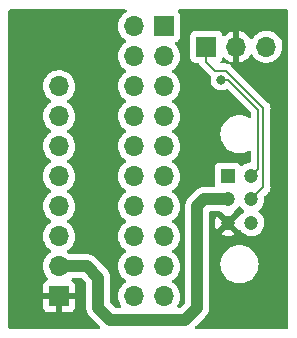
<source format=gbr>
%TF.GenerationSoftware,KiCad,Pcbnew,(6.0.5)*%
%TF.CreationDate,2022-12-09T20:35:02-05:00*%
%TF.ProjectId,Dev_Board_Adapter,4465765f-426f-4617-9264-5f4164617074,rev?*%
%TF.SameCoordinates,Original*%
%TF.FileFunction,Copper,L1,Top*%
%TF.FilePolarity,Positive*%
%FSLAX46Y46*%
G04 Gerber Fmt 4.6, Leading zero omitted, Abs format (unit mm)*
G04 Created by KiCad (PCBNEW (6.0.5)) date 2022-12-09 20:35:02*
%MOMM*%
%LPD*%
G01*
G04 APERTURE LIST*
%TA.AperFunction,ComponentPad*%
%ADD10R,1.700000X1.700000*%
%TD*%
%TA.AperFunction,ComponentPad*%
%ADD11O,1.700000X1.700000*%
%TD*%
%TA.AperFunction,ComponentPad*%
%ADD12R,1.200000X1.200000*%
%TD*%
%TA.AperFunction,ComponentPad*%
%ADD13C,1.200000*%
%TD*%
%TA.AperFunction,ViaPad*%
%ADD14C,0.800000*%
%TD*%
%TA.AperFunction,Conductor*%
%ADD15C,1.000000*%
%TD*%
%TA.AperFunction,Conductor*%
%ADD16C,0.200000*%
%TD*%
G04 APERTURE END LIST*
D10*
%TO.P,J3,1,Pin_1*%
%TO.N,/CAN_PAYLOAD-*%
X129540000Y-73406000D03*
D11*
%TO.P,J3,2,Pin_2*%
%TO.N,GND*%
X132080000Y-73406000D03*
%TO.P,J3,3,Pin_3*%
%TO.N,/CAN_PAYLOAD+*%
X134620000Y-73406000D03*
%TD*%
D12*
%TO.P,J1,1,Pin_1*%
%TO.N,unconnected-(J1-Pad1)*%
X131350000Y-84328000D03*
D13*
%TO.P,J1,2,Pin_2*%
%TO.N,+5V*%
X131350000Y-86328000D03*
%TO.P,J1,3,Pin_3*%
%TO.N,GND*%
X131350000Y-88328000D03*
%TO.P,J1,4,Pin_4*%
%TO.N,/CAN_PAYLOAD+*%
X133350000Y-84328000D03*
%TO.P,J1,5,Pin_5*%
%TO.N,/CAN_PAYLOAD-*%
X133350000Y-86328000D03*
%TO.P,J1,6*%
%TO.N,N/C*%
X133350000Y-88328000D03*
%TD*%
D10*
%TO.P,J2,1,Pin_1*%
%TO.N,unconnected-(J2-Pad1)*%
X125958600Y-71678800D03*
D11*
%TO.P,J2,2,Pin_2*%
%TO.N,unconnected-(J2-Pad2)*%
X123418600Y-71678800D03*
%TO.P,J2,3,Pin_3*%
%TO.N,unconnected-(J2-Pad3)*%
X125958600Y-74218800D03*
%TO.P,J2,4,Pin_4*%
%TO.N,unconnected-(J2-Pad4)*%
X123418600Y-74218800D03*
%TO.P,J2,5,Pin_5*%
%TO.N,unconnected-(J2-Pad5)*%
X125958600Y-76758800D03*
%TO.P,J2,6,Pin_6*%
%TO.N,unconnected-(J2-Pad6)*%
X123418600Y-76758800D03*
%TO.P,J2,7,Pin_7*%
%TO.N,unconnected-(J2-Pad7)*%
X125958600Y-79298800D03*
%TO.P,J2,8,Pin_8*%
%TO.N,unconnected-(J2-Pad8)*%
X123418600Y-79298800D03*
%TO.P,J2,9,Pin_9*%
%TO.N,unconnected-(J2-Pad9)*%
X125958600Y-81838800D03*
%TO.P,J2,10,Pin_10*%
%TO.N,unconnected-(J2-Pad10)*%
X123418600Y-81838800D03*
%TO.P,J2,11,Pin_11*%
%TO.N,unconnected-(J2-Pad11)*%
X125958600Y-84378800D03*
%TO.P,J2,12,Pin_12*%
%TO.N,unconnected-(J2-Pad12)*%
X123418600Y-84378800D03*
%TO.P,J2,13,Pin_13*%
%TO.N,unconnected-(J2-Pad13)*%
X125958600Y-86918800D03*
%TO.P,J2,14,Pin_14*%
%TO.N,unconnected-(J2-Pad14)*%
X123418600Y-86918800D03*
%TO.P,J2,15,Pin_15*%
%TO.N,unconnected-(J2-Pad15)*%
X125958600Y-89458800D03*
%TO.P,J2,16,Pin_16*%
%TO.N,unconnected-(J2-Pad16)*%
X123418600Y-89458800D03*
%TO.P,J2,17,Pin_17*%
%TO.N,unconnected-(J2-Pad17)*%
X125958600Y-91998800D03*
%TO.P,J2,18,Pin_18*%
%TO.N,unconnected-(J2-Pad18)*%
X123418600Y-91998800D03*
%TO.P,J2,19,Pin_19*%
%TO.N,unconnected-(J2-Pad19)*%
X125958600Y-94538800D03*
%TO.P,J2,20,Pin_20*%
%TO.N,unconnected-(J2-Pad20)*%
X123418600Y-94538800D03*
%TD*%
D10*
%TO.P,J4,1,Pin_1*%
%TO.N,GND*%
X117068600Y-94538800D03*
D11*
%TO.P,J4,2,Pin_2*%
%TO.N,+5V*%
X117068600Y-91998800D03*
%TO.P,J4,3,Pin_3*%
%TO.N,unconnected-(J4-Pad3)*%
X117068600Y-89458800D03*
%TO.P,J4,4,Pin_4*%
%TO.N,unconnected-(J4-Pad4)*%
X117068600Y-86918800D03*
%TO.P,J4,5,Pin_5*%
%TO.N,unconnected-(J4-Pad5)*%
X117068600Y-84378800D03*
%TO.P,J4,6,Pin_6*%
%TO.N,unconnected-(J4-Pad6)*%
X117068600Y-81838800D03*
%TO.P,J4,7,Pin_7*%
%TO.N,unconnected-(J4-Pad7)*%
X117068600Y-79298800D03*
%TO.P,J4,8,Pin_8*%
%TO.N,unconnected-(J4-Pad8)*%
X117068600Y-76758800D03*
%TD*%
D14*
%TO.N,/CAN_PAYLOAD+*%
X130810000Y-76200000D03*
%TD*%
D15*
%TO.N,+5V*%
X128778000Y-86868000D02*
X129318000Y-86328000D01*
X120396000Y-95504000D02*
X121412000Y-96520000D01*
X128778000Y-95504000D02*
X128778000Y-86868000D01*
X117068600Y-91998800D02*
X119430800Y-91998800D01*
X120396000Y-92964000D02*
X120396000Y-95504000D01*
X119430800Y-91998800D02*
X120396000Y-92964000D01*
X121412000Y-96520000D02*
X127762000Y-96520000D01*
X127762000Y-96520000D02*
X128778000Y-95504000D01*
X129318000Y-86328000D02*
X131350000Y-86328000D01*
D16*
%TO.N,/CAN_PAYLOAD-*%
X131191000Y-75438000D02*
X130302000Y-75438000D01*
X130302000Y-75438000D02*
X129540000Y-74676000D01*
X134366000Y-78613000D02*
X131191000Y-75438000D01*
X134366000Y-85312000D02*
X134366000Y-78613000D01*
X129540000Y-74676000D02*
X129540000Y-73406000D01*
X133350000Y-86328000D02*
X134366000Y-85312000D01*
%TO.N,/CAN_PAYLOAD+*%
X133950000Y-78762006D02*
X133950000Y-83728000D01*
X130810000Y-76200000D02*
X131387994Y-76200000D01*
X131387994Y-76200000D02*
X133950000Y-78762006D01*
X133950000Y-83728000D02*
X133350000Y-84328000D01*
%TD*%
%TA.AperFunction,Conductor*%
%TO.N,GND*%
G36*
X122765613Y-70274508D02*
G01*
X122812106Y-70328164D01*
X122822210Y-70398438D01*
X122792716Y-70463018D01*
X122755674Y-70492268D01*
X122692207Y-70525307D01*
X122688074Y-70528410D01*
X122688071Y-70528412D01*
X122517700Y-70656330D01*
X122513565Y-70659435D01*
X122474125Y-70700707D01*
X122419880Y-70757471D01*
X122359229Y-70820938D01*
X122233343Y-71005480D01*
X122139288Y-71208105D01*
X122079589Y-71423370D01*
X122055851Y-71645495D01*
X122068710Y-71868515D01*
X122069847Y-71873561D01*
X122069848Y-71873567D01*
X122093904Y-71980308D01*
X122117822Y-72086439D01*
X122158801Y-72187358D01*
X122186516Y-72255612D01*
X122201866Y-72293416D01*
X122204565Y-72297820D01*
X122305365Y-72462311D01*
X122318587Y-72483888D01*
X122464850Y-72652738D01*
X122636726Y-72795432D01*
X122707195Y-72836611D01*
X122710045Y-72838276D01*
X122758769Y-72889914D01*
X122771840Y-72959697D01*
X122745109Y-73025469D01*
X122704655Y-73058827D01*
X122692207Y-73065307D01*
X122688074Y-73068410D01*
X122688071Y-73068412D01*
X122517700Y-73196330D01*
X122513565Y-73199435D01*
X122359229Y-73360938D01*
X122233343Y-73545480D01*
X122217603Y-73579390D01*
X122164371Y-73694069D01*
X122139288Y-73748105D01*
X122079589Y-73963370D01*
X122055851Y-74185495D01*
X122056148Y-74190648D01*
X122056148Y-74190651D01*
X122062887Y-74307531D01*
X122068710Y-74408515D01*
X122069847Y-74413561D01*
X122069848Y-74413567D01*
X122088042Y-74494297D01*
X122117822Y-74626439D01*
X122201866Y-74833416D01*
X122243344Y-74901102D01*
X122315891Y-75019488D01*
X122318587Y-75023888D01*
X122464850Y-75192738D01*
X122636726Y-75335432D01*
X122707195Y-75376611D01*
X122710045Y-75378276D01*
X122758769Y-75429914D01*
X122771840Y-75499697D01*
X122745109Y-75565469D01*
X122704655Y-75598827D01*
X122692207Y-75605307D01*
X122688074Y-75608410D01*
X122688071Y-75608412D01*
X122663847Y-75626600D01*
X122513565Y-75739435D01*
X122509993Y-75743173D01*
X122393155Y-75865437D01*
X122359229Y-75900938D01*
X122233343Y-76085480D01*
X122139288Y-76288105D01*
X122079589Y-76503370D01*
X122055851Y-76725495D01*
X122056148Y-76730648D01*
X122056148Y-76730651D01*
X122061611Y-76825390D01*
X122068710Y-76948515D01*
X122069847Y-76953561D01*
X122069848Y-76953567D01*
X122082652Y-77010379D01*
X122117822Y-77166439D01*
X122201866Y-77373416D01*
X122252619Y-77456238D01*
X122315891Y-77559488D01*
X122318587Y-77563888D01*
X122464850Y-77732738D01*
X122636726Y-77875432D01*
X122707195Y-77916611D01*
X122710045Y-77918276D01*
X122758769Y-77969914D01*
X122771840Y-78039697D01*
X122745109Y-78105469D01*
X122704655Y-78138827D01*
X122692207Y-78145307D01*
X122688074Y-78148410D01*
X122688071Y-78148412D01*
X122604797Y-78210936D01*
X122513565Y-78279435D01*
X122359229Y-78440938D01*
X122233343Y-78625480D01*
X122139288Y-78828105D01*
X122079589Y-79043370D01*
X122055851Y-79265495D01*
X122056148Y-79270648D01*
X122056148Y-79270651D01*
X122061611Y-79365390D01*
X122068710Y-79488515D01*
X122069847Y-79493561D01*
X122069848Y-79493567D01*
X122077131Y-79525883D01*
X122117822Y-79706439D01*
X122201866Y-79913416D01*
X122252619Y-79996238D01*
X122315891Y-80099488D01*
X122318587Y-80103888D01*
X122464850Y-80272738D01*
X122636726Y-80415432D01*
X122707195Y-80456611D01*
X122710045Y-80458276D01*
X122758769Y-80509914D01*
X122771840Y-80579697D01*
X122745109Y-80645469D01*
X122704655Y-80678827D01*
X122692207Y-80685307D01*
X122688074Y-80688410D01*
X122688071Y-80688412D01*
X122663847Y-80706600D01*
X122513565Y-80819435D01*
X122359229Y-80980938D01*
X122233343Y-81165480D01*
X122139288Y-81368105D01*
X122079589Y-81583370D01*
X122055851Y-81805495D01*
X122056148Y-81810648D01*
X122056148Y-81810651D01*
X122068412Y-82023347D01*
X122068710Y-82028515D01*
X122069847Y-82033561D01*
X122069848Y-82033567D01*
X122084030Y-82096496D01*
X122117822Y-82246439D01*
X122201866Y-82453416D01*
X122252619Y-82536238D01*
X122315891Y-82639488D01*
X122318587Y-82643888D01*
X122464850Y-82812738D01*
X122636726Y-82955432D01*
X122707195Y-82996611D01*
X122710045Y-82998276D01*
X122758769Y-83049914D01*
X122771840Y-83119697D01*
X122745109Y-83185469D01*
X122704655Y-83218827D01*
X122697371Y-83222619D01*
X122692207Y-83225307D01*
X122688074Y-83228410D01*
X122688071Y-83228412D01*
X122517700Y-83356330D01*
X122513565Y-83359435D01*
X122359229Y-83520938D01*
X122356320Y-83525203D01*
X122356314Y-83525211D01*
X122344004Y-83543257D01*
X122233343Y-83705480D01*
X122139288Y-83908105D01*
X122079589Y-84123370D01*
X122055851Y-84345495D01*
X122056148Y-84350648D01*
X122056148Y-84350651D01*
X122061611Y-84445390D01*
X122068710Y-84568515D01*
X122069847Y-84573561D01*
X122069848Y-84573567D01*
X122089719Y-84661739D01*
X122117822Y-84786439D01*
X122156061Y-84880611D01*
X122194849Y-84976134D01*
X122201866Y-84993416D01*
X122252619Y-85076238D01*
X122315891Y-85179488D01*
X122318587Y-85183888D01*
X122464850Y-85352738D01*
X122636726Y-85495432D01*
X122676064Y-85518419D01*
X122710045Y-85538276D01*
X122758769Y-85589914D01*
X122771840Y-85659697D01*
X122745109Y-85725469D01*
X122704655Y-85758827D01*
X122692207Y-85765307D01*
X122688074Y-85768410D01*
X122688071Y-85768412D01*
X122663847Y-85786600D01*
X122513565Y-85899435D01*
X122359229Y-86060938D01*
X122233343Y-86245480D01*
X122196754Y-86324305D01*
X122166289Y-86389937D01*
X122139288Y-86448105D01*
X122079589Y-86663370D01*
X122055851Y-86885495D01*
X122056148Y-86890648D01*
X122056148Y-86890651D01*
X122061611Y-86985390D01*
X122068710Y-87108515D01*
X122069847Y-87113561D01*
X122069848Y-87113567D01*
X122087785Y-87193157D01*
X122117822Y-87326439D01*
X122201866Y-87533416D01*
X122252619Y-87616238D01*
X122315891Y-87719488D01*
X122318587Y-87723888D01*
X122464850Y-87892738D01*
X122636726Y-88035432D01*
X122707195Y-88076611D01*
X122710045Y-88078276D01*
X122758769Y-88129914D01*
X122771840Y-88199697D01*
X122745109Y-88265469D01*
X122704655Y-88298827D01*
X122692207Y-88305307D01*
X122688074Y-88308410D01*
X122688071Y-88308412D01*
X122579490Y-88389937D01*
X122513565Y-88439435D01*
X122359229Y-88600938D01*
X122356320Y-88605203D01*
X122356314Y-88605211D01*
X122291639Y-88700021D01*
X122233343Y-88785480D01*
X122217603Y-88819390D01*
X122150943Y-88962997D01*
X122139288Y-88988105D01*
X122079589Y-89203370D01*
X122055851Y-89425495D01*
X122056148Y-89430648D01*
X122056148Y-89430651D01*
X122061611Y-89525390D01*
X122068710Y-89648515D01*
X122069847Y-89653561D01*
X122069848Y-89653567D01*
X122089719Y-89741739D01*
X122117822Y-89866439D01*
X122201866Y-90073416D01*
X122252619Y-90156238D01*
X122315891Y-90259488D01*
X122318587Y-90263888D01*
X122464850Y-90432738D01*
X122636726Y-90575432D01*
X122707195Y-90616611D01*
X122710045Y-90618276D01*
X122758769Y-90669914D01*
X122771840Y-90739697D01*
X122745109Y-90805469D01*
X122704655Y-90838827D01*
X122692207Y-90845307D01*
X122688074Y-90848410D01*
X122688071Y-90848412D01*
X122640888Y-90883838D01*
X122513565Y-90979435D01*
X122503716Y-90989741D01*
X122402653Y-91095498D01*
X122359229Y-91140938D01*
X122356320Y-91145203D01*
X122356314Y-91145211D01*
X122285831Y-91248535D01*
X122233343Y-91325480D01*
X122139288Y-91528105D01*
X122079589Y-91743370D01*
X122055851Y-91965495D01*
X122056148Y-91970648D01*
X122056148Y-91970651D01*
X122061611Y-92065390D01*
X122068710Y-92188515D01*
X122069847Y-92193561D01*
X122069848Y-92193567D01*
X122075113Y-92216929D01*
X122117822Y-92406439D01*
X122154083Y-92495740D01*
X122187417Y-92577831D01*
X122201866Y-92613416D01*
X122240850Y-92677033D01*
X122315891Y-92799488D01*
X122318587Y-92803888D01*
X122464850Y-92972738D01*
X122636726Y-93115432D01*
X122671770Y-93135910D01*
X122710045Y-93158276D01*
X122758769Y-93209914D01*
X122771840Y-93279697D01*
X122745109Y-93345469D01*
X122704655Y-93378827D01*
X122692207Y-93385307D01*
X122688074Y-93388410D01*
X122688071Y-93388412D01*
X122624281Y-93436307D01*
X122513565Y-93519435D01*
X122359229Y-93680938D01*
X122233343Y-93865480D01*
X122139288Y-94068105D01*
X122079589Y-94283370D01*
X122055851Y-94505495D01*
X122056148Y-94510648D01*
X122056148Y-94510651D01*
X122061611Y-94605390D01*
X122068710Y-94728515D01*
X122069847Y-94733561D01*
X122069848Y-94733567D01*
X122084206Y-94797275D01*
X122117822Y-94946439D01*
X122201866Y-95153416D01*
X122204565Y-95157820D01*
X122303743Y-95319665D01*
X122322281Y-95388199D01*
X122300824Y-95455876D01*
X122246185Y-95501209D01*
X122196310Y-95511500D01*
X121881926Y-95511500D01*
X121813805Y-95491498D01*
X121792831Y-95474596D01*
X121441405Y-95123171D01*
X121407380Y-95060858D01*
X121404500Y-95034075D01*
X121404500Y-93025843D01*
X121405237Y-93012236D01*
X121408659Y-92980738D01*
X121408659Y-92980733D01*
X121409324Y-92974612D01*
X121404950Y-92924612D01*
X121404621Y-92919786D01*
X121404500Y-92917314D01*
X121404500Y-92914231D01*
X121401368Y-92882289D01*
X121400310Y-92871494D01*
X121400188Y-92870181D01*
X121392623Y-92783718D01*
X121392087Y-92777587D01*
X121390600Y-92772468D01*
X121390080Y-92767167D01*
X121363209Y-92678166D01*
X121362874Y-92677033D01*
X121338630Y-92593586D01*
X121338628Y-92593582D01*
X121336909Y-92587664D01*
X121334456Y-92582932D01*
X121332916Y-92577831D01*
X121294327Y-92505253D01*
X121289269Y-92495740D01*
X121288657Y-92494574D01*
X121248729Y-92417547D01*
X121245892Y-92412074D01*
X121242569Y-92407911D01*
X121240066Y-92403204D01*
X121181245Y-92331082D01*
X121180554Y-92330226D01*
X121149262Y-92291027D01*
X121146758Y-92288523D01*
X121146116Y-92287805D01*
X121142415Y-92283472D01*
X121115065Y-92249938D01*
X121079733Y-92220709D01*
X121070963Y-92212728D01*
X120187651Y-91329417D01*
X120178549Y-91319273D01*
X120158697Y-91294582D01*
X120154832Y-91289775D01*
X120116378Y-91257508D01*
X120112731Y-91254328D01*
X120110919Y-91252685D01*
X120108725Y-91250491D01*
X120075451Y-91223158D01*
X120074653Y-91222496D01*
X120003326Y-91162646D01*
X119998656Y-91160078D01*
X119994539Y-91156697D01*
X119912714Y-91112823D01*
X119911555Y-91112194D01*
X119835419Y-91070338D01*
X119835411Y-91070335D01*
X119830013Y-91067367D01*
X119824931Y-91065755D01*
X119820237Y-91063238D01*
X119731269Y-91036038D01*
X119730241Y-91035718D01*
X119641494Y-91007565D01*
X119636198Y-91006971D01*
X119631102Y-91005413D01*
X119538543Y-90996010D01*
X119537407Y-90995889D01*
X119503792Y-90992119D01*
X119491070Y-90990692D01*
X119491066Y-90990692D01*
X119487573Y-90990300D01*
X119484046Y-90990300D01*
X119483061Y-90990245D01*
X119477381Y-90989798D01*
X119447975Y-90986811D01*
X119440463Y-90986048D01*
X119440461Y-90986048D01*
X119434338Y-90985426D01*
X119392059Y-90989423D01*
X119388691Y-90989741D01*
X119376833Y-90990300D01*
X118027399Y-90990300D01*
X117959278Y-90970298D01*
X117949307Y-90963182D01*
X117827014Y-90866600D01*
X117827010Y-90866598D01*
X117822959Y-90863398D01*
X117781653Y-90840596D01*
X117731684Y-90790164D01*
X117716912Y-90720721D01*
X117742028Y-90654316D01*
X117769380Y-90627709D01*
X117813203Y-90596450D01*
X117948460Y-90499973D01*
X118106696Y-90342289D01*
X118166194Y-90259489D01*
X118234035Y-90165077D01*
X118237053Y-90160877D01*
X118257920Y-90118657D01*
X118333736Y-89965253D01*
X118333737Y-89965251D01*
X118336030Y-89960611D01*
X118400970Y-89746869D01*
X118430129Y-89525390D01*
X118431756Y-89458800D01*
X118413452Y-89236161D01*
X118359031Y-89019502D01*
X118269954Y-88814640D01*
X118195538Y-88699610D01*
X118151422Y-88631417D01*
X118151420Y-88631414D01*
X118148614Y-88627077D01*
X117998270Y-88461851D01*
X117994219Y-88458652D01*
X117994215Y-88458648D01*
X117827014Y-88326600D01*
X117827010Y-88326598D01*
X117822959Y-88323398D01*
X117781653Y-88300596D01*
X117731684Y-88250164D01*
X117716912Y-88180721D01*
X117742028Y-88114316D01*
X117769380Y-88087709D01*
X117813203Y-88056450D01*
X117948460Y-87959973D01*
X117984693Y-87923867D01*
X118103035Y-87805937D01*
X118106696Y-87802289D01*
X118140848Y-87754762D01*
X118234035Y-87625077D01*
X118237053Y-87620877D01*
X118257664Y-87579175D01*
X118333736Y-87425253D01*
X118333737Y-87425251D01*
X118336030Y-87420611D01*
X118400970Y-87206869D01*
X118430129Y-86985390D01*
X118431756Y-86918800D01*
X118413452Y-86696161D01*
X118359031Y-86479502D01*
X118269954Y-86274640D01*
X118188477Y-86148696D01*
X118151422Y-86091417D01*
X118151420Y-86091414D01*
X118148614Y-86087077D01*
X117998270Y-85921851D01*
X117994219Y-85918652D01*
X117994215Y-85918648D01*
X117827014Y-85786600D01*
X117827010Y-85786598D01*
X117822959Y-85783398D01*
X117781653Y-85760596D01*
X117731684Y-85710164D01*
X117716912Y-85640721D01*
X117742028Y-85574316D01*
X117769380Y-85547709D01*
X117813203Y-85516450D01*
X117948460Y-85419973D01*
X117979545Y-85388997D01*
X118072223Y-85296642D01*
X118106696Y-85262289D01*
X118166194Y-85179489D01*
X118234035Y-85085077D01*
X118237053Y-85080877D01*
X118257920Y-85038657D01*
X118333736Y-84885253D01*
X118333737Y-84885251D01*
X118336030Y-84880611D01*
X118400970Y-84666869D01*
X118430129Y-84445390D01*
X118431756Y-84378800D01*
X118413452Y-84156161D01*
X118359031Y-83939502D01*
X118269954Y-83734640D01*
X118148614Y-83547077D01*
X117998270Y-83381851D01*
X117994219Y-83378652D01*
X117994215Y-83378648D01*
X117827014Y-83246600D01*
X117827010Y-83246598D01*
X117822959Y-83243398D01*
X117781653Y-83220596D01*
X117731684Y-83170164D01*
X117716912Y-83100721D01*
X117742028Y-83034316D01*
X117769380Y-83007709D01*
X117813203Y-82976450D01*
X117948460Y-82879973D01*
X118106696Y-82722289D01*
X118166194Y-82639489D01*
X118234035Y-82545077D01*
X118237053Y-82540877D01*
X118257920Y-82498657D01*
X118333736Y-82345253D01*
X118333737Y-82345251D01*
X118336030Y-82340611D01*
X118400970Y-82126869D01*
X118430129Y-81905390D01*
X118431756Y-81838800D01*
X118413452Y-81616161D01*
X118359031Y-81399502D01*
X118269954Y-81194640D01*
X118230506Y-81133662D01*
X118151422Y-81011417D01*
X118151420Y-81011414D01*
X118148614Y-81007077D01*
X117998270Y-80841851D01*
X117994219Y-80838652D01*
X117994215Y-80838648D01*
X117827014Y-80706600D01*
X117827010Y-80706598D01*
X117822959Y-80703398D01*
X117781653Y-80680596D01*
X117731684Y-80630164D01*
X117716912Y-80560721D01*
X117742028Y-80494316D01*
X117769380Y-80467709D01*
X117813203Y-80436450D01*
X117948460Y-80339973D01*
X118106696Y-80182289D01*
X118166194Y-80099489D01*
X118234035Y-80005077D01*
X118237053Y-80000877D01*
X118257920Y-79958657D01*
X118333736Y-79805253D01*
X118333737Y-79805251D01*
X118336030Y-79800611D01*
X118400970Y-79586869D01*
X118430129Y-79365390D01*
X118431756Y-79298800D01*
X118413452Y-79076161D01*
X118359031Y-78859502D01*
X118269954Y-78654640D01*
X118148614Y-78467077D01*
X117998270Y-78301851D01*
X117994219Y-78298652D01*
X117994215Y-78298648D01*
X117827014Y-78166600D01*
X117827010Y-78166598D01*
X117822959Y-78163398D01*
X117781653Y-78140596D01*
X117731684Y-78090164D01*
X117716912Y-78020721D01*
X117742028Y-77954316D01*
X117769380Y-77927709D01*
X117813203Y-77896450D01*
X117948460Y-77799973D01*
X118106696Y-77642289D01*
X118166194Y-77559489D01*
X118234035Y-77465077D01*
X118237053Y-77460877D01*
X118257920Y-77418657D01*
X118333736Y-77265253D01*
X118333737Y-77265251D01*
X118336030Y-77260611D01*
X118394309Y-77068794D01*
X118399465Y-77051823D01*
X118399465Y-77051821D01*
X118400970Y-77046869D01*
X118430129Y-76825390D01*
X118431756Y-76758800D01*
X118413452Y-76536161D01*
X118359031Y-76319502D01*
X118269954Y-76114640D01*
X118196786Y-76001540D01*
X118151422Y-75931417D01*
X118151420Y-75931414D01*
X118148614Y-75927077D01*
X117998270Y-75761851D01*
X117994219Y-75758652D01*
X117994215Y-75758648D01*
X117827014Y-75626600D01*
X117827010Y-75626598D01*
X117822959Y-75623398D01*
X117627389Y-75515438D01*
X117622520Y-75513714D01*
X117622516Y-75513712D01*
X117421687Y-75442595D01*
X117421683Y-75442594D01*
X117416812Y-75440869D01*
X117411719Y-75439962D01*
X117411716Y-75439961D01*
X117201973Y-75402600D01*
X117201967Y-75402599D01*
X117196884Y-75401694D01*
X117123052Y-75400792D01*
X116978681Y-75399028D01*
X116978679Y-75399028D01*
X116973511Y-75398965D01*
X116752691Y-75432755D01*
X116540356Y-75502157D01*
X116342207Y-75605307D01*
X116338074Y-75608410D01*
X116338071Y-75608412D01*
X116313847Y-75626600D01*
X116163565Y-75739435D01*
X116159993Y-75743173D01*
X116043155Y-75865437D01*
X116009229Y-75900938D01*
X115883343Y-76085480D01*
X115789288Y-76288105D01*
X115729589Y-76503370D01*
X115705851Y-76725495D01*
X115706148Y-76730648D01*
X115706148Y-76730651D01*
X115711611Y-76825390D01*
X115718710Y-76948515D01*
X115719847Y-76953561D01*
X115719848Y-76953567D01*
X115732652Y-77010379D01*
X115767822Y-77166439D01*
X115851866Y-77373416D01*
X115902619Y-77456238D01*
X115965891Y-77559488D01*
X115968587Y-77563888D01*
X116114850Y-77732738D01*
X116286726Y-77875432D01*
X116357195Y-77916611D01*
X116360045Y-77918276D01*
X116408769Y-77969914D01*
X116421840Y-78039697D01*
X116395109Y-78105469D01*
X116354655Y-78138827D01*
X116342207Y-78145307D01*
X116338074Y-78148410D01*
X116338071Y-78148412D01*
X116254797Y-78210936D01*
X116163565Y-78279435D01*
X116009229Y-78440938D01*
X115883343Y-78625480D01*
X115789288Y-78828105D01*
X115729589Y-79043370D01*
X115705851Y-79265495D01*
X115706148Y-79270648D01*
X115706148Y-79270651D01*
X115711611Y-79365390D01*
X115718710Y-79488515D01*
X115719847Y-79493561D01*
X115719848Y-79493567D01*
X115727131Y-79525883D01*
X115767822Y-79706439D01*
X115851866Y-79913416D01*
X115902619Y-79996238D01*
X115965891Y-80099488D01*
X115968587Y-80103888D01*
X116114850Y-80272738D01*
X116286726Y-80415432D01*
X116357195Y-80456611D01*
X116360045Y-80458276D01*
X116408769Y-80509914D01*
X116421840Y-80579697D01*
X116395109Y-80645469D01*
X116354655Y-80678827D01*
X116342207Y-80685307D01*
X116338074Y-80688410D01*
X116338071Y-80688412D01*
X116313847Y-80706600D01*
X116163565Y-80819435D01*
X116009229Y-80980938D01*
X115883343Y-81165480D01*
X115789288Y-81368105D01*
X115729589Y-81583370D01*
X115705851Y-81805495D01*
X115706148Y-81810648D01*
X115706148Y-81810651D01*
X115718412Y-82023347D01*
X115718710Y-82028515D01*
X115719847Y-82033561D01*
X115719848Y-82033567D01*
X115734030Y-82096496D01*
X115767822Y-82246439D01*
X115851866Y-82453416D01*
X115902619Y-82536238D01*
X115965891Y-82639488D01*
X115968587Y-82643888D01*
X116114850Y-82812738D01*
X116286726Y-82955432D01*
X116357195Y-82996611D01*
X116360045Y-82998276D01*
X116408769Y-83049914D01*
X116421840Y-83119697D01*
X116395109Y-83185469D01*
X116354655Y-83218827D01*
X116347371Y-83222619D01*
X116342207Y-83225307D01*
X116338074Y-83228410D01*
X116338071Y-83228412D01*
X116167700Y-83356330D01*
X116163565Y-83359435D01*
X116009229Y-83520938D01*
X116006320Y-83525203D01*
X116006314Y-83525211D01*
X115994004Y-83543257D01*
X115883343Y-83705480D01*
X115789288Y-83908105D01*
X115729589Y-84123370D01*
X115705851Y-84345495D01*
X115706148Y-84350648D01*
X115706148Y-84350651D01*
X115711611Y-84445390D01*
X115718710Y-84568515D01*
X115719847Y-84573561D01*
X115719848Y-84573567D01*
X115739719Y-84661739D01*
X115767822Y-84786439D01*
X115806061Y-84880611D01*
X115844849Y-84976134D01*
X115851866Y-84993416D01*
X115902619Y-85076238D01*
X115965891Y-85179488D01*
X115968587Y-85183888D01*
X116114850Y-85352738D01*
X116286726Y-85495432D01*
X116326064Y-85518419D01*
X116360045Y-85538276D01*
X116408769Y-85589914D01*
X116421840Y-85659697D01*
X116395109Y-85725469D01*
X116354655Y-85758827D01*
X116342207Y-85765307D01*
X116338074Y-85768410D01*
X116338071Y-85768412D01*
X116313847Y-85786600D01*
X116163565Y-85899435D01*
X116009229Y-86060938D01*
X115883343Y-86245480D01*
X115846754Y-86324305D01*
X115816289Y-86389937D01*
X115789288Y-86448105D01*
X115729589Y-86663370D01*
X115705851Y-86885495D01*
X115706148Y-86890648D01*
X115706148Y-86890651D01*
X115711611Y-86985390D01*
X115718710Y-87108515D01*
X115719847Y-87113561D01*
X115719848Y-87113567D01*
X115737785Y-87193157D01*
X115767822Y-87326439D01*
X115851866Y-87533416D01*
X115902619Y-87616238D01*
X115965891Y-87719488D01*
X115968587Y-87723888D01*
X116114850Y-87892738D01*
X116286726Y-88035432D01*
X116357195Y-88076611D01*
X116360045Y-88078276D01*
X116408769Y-88129914D01*
X116421840Y-88199697D01*
X116395109Y-88265469D01*
X116354655Y-88298827D01*
X116342207Y-88305307D01*
X116338074Y-88308410D01*
X116338071Y-88308412D01*
X116229490Y-88389937D01*
X116163565Y-88439435D01*
X116009229Y-88600938D01*
X116006320Y-88605203D01*
X116006314Y-88605211D01*
X115941639Y-88700021D01*
X115883343Y-88785480D01*
X115867603Y-88819390D01*
X115800943Y-88962997D01*
X115789288Y-88988105D01*
X115729589Y-89203370D01*
X115705851Y-89425495D01*
X115706148Y-89430648D01*
X115706148Y-89430651D01*
X115711611Y-89525390D01*
X115718710Y-89648515D01*
X115719847Y-89653561D01*
X115719848Y-89653567D01*
X115739719Y-89741739D01*
X115767822Y-89866439D01*
X115851866Y-90073416D01*
X115902619Y-90156238D01*
X115965891Y-90259488D01*
X115968587Y-90263888D01*
X116114850Y-90432738D01*
X116286726Y-90575432D01*
X116357195Y-90616611D01*
X116360045Y-90618276D01*
X116408769Y-90669914D01*
X116421840Y-90739697D01*
X116395109Y-90805469D01*
X116354655Y-90838827D01*
X116342207Y-90845307D01*
X116338074Y-90848410D01*
X116338071Y-90848412D01*
X116290888Y-90883838D01*
X116163565Y-90979435D01*
X116153716Y-90989741D01*
X116052653Y-91095498D01*
X116009229Y-91140938D01*
X116006320Y-91145203D01*
X116006314Y-91145211D01*
X115935831Y-91248535D01*
X115883343Y-91325480D01*
X115789288Y-91528105D01*
X115729589Y-91743370D01*
X115705851Y-91965495D01*
X115706148Y-91970648D01*
X115706148Y-91970651D01*
X115711611Y-92065390D01*
X115718710Y-92188515D01*
X115719847Y-92193561D01*
X115719848Y-92193567D01*
X115725113Y-92216929D01*
X115767822Y-92406439D01*
X115804083Y-92495740D01*
X115837417Y-92577831D01*
X115851866Y-92613416D01*
X115890850Y-92677033D01*
X115965891Y-92799488D01*
X115968587Y-92803888D01*
X116114850Y-92972738D01*
X116118825Y-92976038D01*
X116118831Y-92976044D01*
X116124025Y-92980356D01*
X116163659Y-93039260D01*
X116165155Y-93110241D01*
X116128039Y-93170762D01*
X116087768Y-93195280D01*
X115980546Y-93235476D01*
X115964951Y-93244014D01*
X115862876Y-93320515D01*
X115850315Y-93333076D01*
X115773814Y-93435151D01*
X115765276Y-93450746D01*
X115720122Y-93571194D01*
X115716495Y-93586449D01*
X115710969Y-93637314D01*
X115710600Y-93644128D01*
X115710600Y-94266685D01*
X115715075Y-94281924D01*
X115716465Y-94283129D01*
X115724148Y-94284800D01*
X118408484Y-94284800D01*
X118423723Y-94280325D01*
X118424928Y-94278935D01*
X118426599Y-94271252D01*
X118426599Y-93644131D01*
X118426229Y-93637310D01*
X118420705Y-93586448D01*
X118417079Y-93571196D01*
X118371924Y-93450746D01*
X118363386Y-93435151D01*
X118286885Y-93333076D01*
X118274324Y-93320515D01*
X118172246Y-93244012D01*
X118171895Y-93243820D01*
X118171614Y-93243539D01*
X118165062Y-93238628D01*
X118165771Y-93237682D01*
X118121749Y-93193562D01*
X118106735Y-93124171D01*
X118131620Y-93057679D01*
X118188503Y-93015195D01*
X118232404Y-93007300D01*
X118960874Y-93007300D01*
X119028995Y-93027302D01*
X119049969Y-93044204D01*
X119350595Y-93344829D01*
X119384620Y-93407142D01*
X119387500Y-93433925D01*
X119387500Y-95442157D01*
X119386763Y-95455764D01*
X119384718Y-95474595D01*
X119382676Y-95493388D01*
X119383213Y-95499523D01*
X119387050Y-95543388D01*
X119387379Y-95548214D01*
X119387500Y-95550686D01*
X119387500Y-95553769D01*
X119387801Y-95556837D01*
X119391690Y-95596506D01*
X119391812Y-95597819D01*
X119395685Y-95642084D01*
X119399913Y-95690413D01*
X119401400Y-95695532D01*
X119401920Y-95700833D01*
X119428791Y-95789834D01*
X119429126Y-95790967D01*
X119441509Y-95833586D01*
X119455091Y-95880336D01*
X119457544Y-95885068D01*
X119459084Y-95890169D01*
X119461978Y-95895612D01*
X119502731Y-95972260D01*
X119503343Y-95973426D01*
X119543271Y-96050453D01*
X119546108Y-96055926D01*
X119549431Y-96060089D01*
X119551934Y-96064796D01*
X119555830Y-96069573D01*
X119557692Y-96071856D01*
X119610755Y-96136918D01*
X119611446Y-96137774D01*
X119642738Y-96176973D01*
X119645242Y-96179477D01*
X119645884Y-96180195D01*
X119649585Y-96184528D01*
X119676935Y-96218062D01*
X119712267Y-96247291D01*
X119721037Y-96255272D01*
X120545545Y-97079779D01*
X120579570Y-97142092D01*
X120574506Y-97212907D01*
X120531959Y-97269743D01*
X120465439Y-97294554D01*
X120456450Y-97294875D01*
X112930847Y-97294875D01*
X112908708Y-97292915D01*
X112900921Y-97291525D01*
X112900920Y-97291525D01*
X112892221Y-97289972D01*
X112892220Y-97289972D01*
X112892090Y-97289949D01*
X112892093Y-97289930D01*
X112829049Y-97269038D01*
X112784429Y-97213815D01*
X112775838Y-97181777D01*
X112771997Y-97152393D01*
X112770934Y-97136062D01*
X112770934Y-95433469D01*
X115710601Y-95433469D01*
X115710971Y-95440290D01*
X115716495Y-95491152D01*
X115720121Y-95506404D01*
X115765276Y-95626854D01*
X115773814Y-95642449D01*
X115850315Y-95744524D01*
X115862876Y-95757085D01*
X115964951Y-95833586D01*
X115980546Y-95842124D01*
X116100994Y-95887278D01*
X116116249Y-95890905D01*
X116167114Y-95896431D01*
X116173928Y-95896800D01*
X116796485Y-95896800D01*
X116811724Y-95892325D01*
X116812929Y-95890935D01*
X116814600Y-95883252D01*
X116814600Y-95878684D01*
X117322600Y-95878684D01*
X117327075Y-95893923D01*
X117328465Y-95895128D01*
X117336148Y-95896799D01*
X117963269Y-95896799D01*
X117970090Y-95896429D01*
X118020952Y-95890905D01*
X118036204Y-95887279D01*
X118156654Y-95842124D01*
X118172249Y-95833586D01*
X118274324Y-95757085D01*
X118286885Y-95744524D01*
X118363386Y-95642449D01*
X118371924Y-95626854D01*
X118417078Y-95506406D01*
X118420705Y-95491151D01*
X118426231Y-95440286D01*
X118426600Y-95433472D01*
X118426600Y-94810915D01*
X118422125Y-94795676D01*
X118420735Y-94794471D01*
X118413052Y-94792800D01*
X117340715Y-94792800D01*
X117325476Y-94797275D01*
X117324271Y-94798665D01*
X117322600Y-94806348D01*
X117322600Y-95878684D01*
X116814600Y-95878684D01*
X116814600Y-94810915D01*
X116810125Y-94795676D01*
X116808735Y-94794471D01*
X116801052Y-94792800D01*
X115728716Y-94792800D01*
X115713477Y-94797275D01*
X115712272Y-94798665D01*
X115710601Y-94806348D01*
X115710601Y-95433469D01*
X112770934Y-95433469D01*
X112770934Y-70410094D01*
X112772605Y-70389642D01*
X112776052Y-70368687D01*
X112778191Y-70369039D01*
X112795946Y-70312917D01*
X112850557Y-70267550D01*
X112884164Y-70258292D01*
X112904976Y-70255570D01*
X112921316Y-70254506D01*
X122697492Y-70254506D01*
X122765613Y-70274508D01*
G37*
%TD.AperFunction*%
%TA.AperFunction,Conductor*%
G36*
X136361403Y-70255950D02*
G01*
X136374565Y-70257960D01*
X136385565Y-70259640D01*
X136449885Y-70289698D01*
X136487743Y-70349758D01*
X136491477Y-70367855D01*
X136493259Y-70381479D01*
X136494323Y-70397820D01*
X136494323Y-97137769D01*
X136492553Y-97158814D01*
X136489261Y-97178247D01*
X136487867Y-97178011D01*
X136469032Y-97236569D01*
X136414205Y-97281674D01*
X136381156Y-97290695D01*
X136357334Y-97293811D01*
X136340991Y-97294875D01*
X128717551Y-97294875D01*
X128649430Y-97274873D01*
X128602937Y-97221217D01*
X128592833Y-97150943D01*
X128622327Y-97086363D01*
X128628455Y-97079780D01*
X129447383Y-96260851D01*
X129457527Y-96251749D01*
X129482218Y-96231897D01*
X129487025Y-96228032D01*
X129519292Y-96189578D01*
X129522472Y-96185931D01*
X129524115Y-96184119D01*
X129526309Y-96181925D01*
X129553642Y-96148651D01*
X129554348Y-96147800D01*
X129562669Y-96137884D01*
X129614154Y-96076526D01*
X129616722Y-96071856D01*
X129620103Y-96067739D01*
X129663977Y-95985914D01*
X129664606Y-95984755D01*
X129706462Y-95908619D01*
X129706465Y-95908611D01*
X129709433Y-95903213D01*
X129711045Y-95898131D01*
X129713562Y-95893437D01*
X129740762Y-95804469D01*
X129741108Y-95803358D01*
X129745440Y-95789704D01*
X129769235Y-95714694D01*
X129769829Y-95709398D01*
X129771387Y-95704302D01*
X129780790Y-95611743D01*
X129780911Y-95610607D01*
X129786500Y-95560773D01*
X129786500Y-95557246D01*
X129786555Y-95556261D01*
X129787002Y-95550581D01*
X129791374Y-95507538D01*
X129787059Y-95461891D01*
X129786500Y-95450033D01*
X129786500Y-91828000D01*
X130736526Y-91828000D01*
X130756391Y-92080403D01*
X130815495Y-92326591D01*
X130817388Y-92331162D01*
X130817389Y-92331164D01*
X130885559Y-92495740D01*
X130912384Y-92560502D01*
X131044672Y-92776376D01*
X131209102Y-92968898D01*
X131401624Y-93133328D01*
X131617498Y-93265616D01*
X131622068Y-93267509D01*
X131622072Y-93267511D01*
X131846696Y-93360553D01*
X131851409Y-93362505D01*
X131919396Y-93378827D01*
X132092784Y-93420454D01*
X132092790Y-93420455D01*
X132097597Y-93421609D01*
X132197416Y-93429465D01*
X132284345Y-93436307D01*
X132284352Y-93436307D01*
X132286801Y-93436500D01*
X132413199Y-93436500D01*
X132415648Y-93436307D01*
X132415655Y-93436307D01*
X132502584Y-93429465D01*
X132602403Y-93421609D01*
X132607210Y-93420455D01*
X132607216Y-93420454D01*
X132780604Y-93378827D01*
X132848591Y-93362505D01*
X132853304Y-93360553D01*
X133077928Y-93267511D01*
X133077932Y-93267509D01*
X133082502Y-93265616D01*
X133298376Y-93133328D01*
X133490898Y-92968898D01*
X133655328Y-92776376D01*
X133787616Y-92560502D01*
X133814442Y-92495740D01*
X133882611Y-92331164D01*
X133882612Y-92331162D01*
X133884505Y-92326591D01*
X133943609Y-92080403D01*
X133963474Y-91828000D01*
X133943609Y-91575597D01*
X133938606Y-91554754D01*
X133890562Y-91354640D01*
X133884505Y-91329409D01*
X133854723Y-91257509D01*
X133789511Y-91100072D01*
X133789509Y-91100068D01*
X133787616Y-91095498D01*
X133655328Y-90879624D01*
X133490898Y-90687102D01*
X133298376Y-90522672D01*
X133082502Y-90390384D01*
X133077932Y-90388491D01*
X133077928Y-90388489D01*
X132853164Y-90295389D01*
X132853162Y-90295388D01*
X132848591Y-90293495D01*
X132706945Y-90259489D01*
X132607216Y-90235546D01*
X132607210Y-90235545D01*
X132602403Y-90234391D01*
X132502584Y-90226535D01*
X132415655Y-90219693D01*
X132415648Y-90219693D01*
X132413199Y-90219500D01*
X132286801Y-90219500D01*
X132284352Y-90219693D01*
X132284345Y-90219693D01*
X132197416Y-90226535D01*
X132097597Y-90234391D01*
X132092790Y-90235545D01*
X132092784Y-90235546D01*
X131993055Y-90259489D01*
X131851409Y-90293495D01*
X131846838Y-90295388D01*
X131846836Y-90295389D01*
X131622072Y-90388489D01*
X131622068Y-90388491D01*
X131617498Y-90390384D01*
X131401624Y-90522672D01*
X131209102Y-90687102D01*
X131044672Y-90879624D01*
X130912384Y-91095498D01*
X130910491Y-91100068D01*
X130910489Y-91100072D01*
X130845277Y-91257509D01*
X130815495Y-91329409D01*
X130809438Y-91354640D01*
X130761395Y-91554754D01*
X130756391Y-91575597D01*
X130736526Y-91828000D01*
X129786500Y-91828000D01*
X129786500Y-89269294D01*
X130773066Y-89269294D01*
X130782948Y-89281783D01*
X130814239Y-89302691D01*
X130824349Y-89308181D01*
X131000835Y-89384005D01*
X131011778Y-89387560D01*
X131199120Y-89429952D01*
X131210530Y-89431454D01*
X131402469Y-89438995D01*
X131413951Y-89438393D01*
X131604045Y-89410832D01*
X131615240Y-89408144D01*
X131797131Y-89346400D01*
X131807628Y-89341726D01*
X131918032Y-89279898D01*
X131927895Y-89269821D01*
X131924940Y-89262151D01*
X131362811Y-88700021D01*
X131348868Y-88692408D01*
X131347034Y-88692539D01*
X131340420Y-88696790D01*
X130779259Y-89257952D01*
X130773066Y-89269294D01*
X129786500Y-89269294D01*
X129786500Y-88304638D01*
X130238012Y-88304638D01*
X130250575Y-88496304D01*
X130252376Y-88507674D01*
X130299657Y-88693843D01*
X130303498Y-88704690D01*
X130383916Y-88879130D01*
X130389664Y-88889086D01*
X130395788Y-88897751D01*
X130406377Y-88906140D01*
X130419676Y-88899113D01*
X130977979Y-88340811D01*
X130985592Y-88326868D01*
X130985461Y-88325034D01*
X130981210Y-88318420D01*
X130418538Y-87755749D01*
X130406163Y-87748992D01*
X130400197Y-87753458D01*
X130324645Y-87897058D01*
X130320242Y-87907691D01*
X130263281Y-88091132D01*
X130260891Y-88102376D01*
X130238313Y-88293137D01*
X130238012Y-88304638D01*
X129786500Y-88304638D01*
X129786500Y-87462500D01*
X129806502Y-87394379D01*
X129860158Y-87347886D01*
X129912500Y-87336500D01*
X130667853Y-87336500D01*
X130735974Y-87356502D01*
X130758834Y-87383821D01*
X130762491Y-87380532D01*
X130769168Y-87387957D01*
X131337189Y-87955979D01*
X131351132Y-87963592D01*
X131352966Y-87963461D01*
X131359580Y-87959210D01*
X131920285Y-87398504D01*
X131927896Y-87384566D01*
X131925983Y-87357820D01*
X131941075Y-87288446D01*
X131979185Y-87246223D01*
X131980551Y-87245458D01*
X131997939Y-87230997D01*
X132132748Y-87118877D01*
X132137186Y-87115186D01*
X132254733Y-86973851D01*
X132313670Y-86934267D01*
X132384652Y-86932831D01*
X132445143Y-86969998D01*
X132454503Y-86981699D01*
X132457112Y-86985390D01*
X132503479Y-87050997D01*
X132649410Y-87193157D01*
X132675522Y-87210604D01*
X132691572Y-87221329D01*
X132737100Y-87275806D01*
X132745947Y-87346249D01*
X132715306Y-87410293D01*
X132697770Y-87426101D01*
X132695649Y-87427363D01*
X132542478Y-87561690D01*
X132538906Y-87566221D01*
X132432274Y-87701482D01*
X132374392Y-87742595D01*
X132324174Y-87749143D01*
X132296457Y-87747125D01*
X132282449Y-87754762D01*
X131722021Y-88315189D01*
X131714408Y-88329132D01*
X131714539Y-88330966D01*
X131718790Y-88337580D01*
X132280239Y-88899028D01*
X132294176Y-88906639D01*
X132325419Y-88904404D01*
X132394793Y-88919495D01*
X132437305Y-88957363D01*
X132503479Y-89050997D01*
X132649410Y-89193157D01*
X132654206Y-89196362D01*
X132654209Y-89196364D01*
X132779227Y-89279898D01*
X132818803Y-89306342D01*
X132824106Y-89308620D01*
X132824109Y-89308622D01*
X133000680Y-89384483D01*
X133005987Y-89386763D01*
X133078817Y-89403243D01*
X133199055Y-89430450D01*
X133199060Y-89430451D01*
X133204692Y-89431725D01*
X133210463Y-89431952D01*
X133210465Y-89431952D01*
X133273470Y-89434427D01*
X133408263Y-89439723D01*
X133609883Y-89410490D01*
X133615347Y-89408635D01*
X133615352Y-89408634D01*
X133797327Y-89346862D01*
X133797332Y-89346860D01*
X133802799Y-89345004D01*
X133808653Y-89341726D01*
X133919054Y-89279898D01*
X133980551Y-89245458D01*
X134137186Y-89115186D01*
X134267458Y-88958551D01*
X134367004Y-88780799D01*
X134368860Y-88775332D01*
X134368862Y-88775327D01*
X134430634Y-88593352D01*
X134430635Y-88593347D01*
X134432490Y-88587883D01*
X134461723Y-88386263D01*
X134463249Y-88328000D01*
X134449716Y-88180721D01*
X134445137Y-88130880D01*
X134445136Y-88130877D01*
X134444608Y-88125126D01*
X134397814Y-87959210D01*
X134390875Y-87934606D01*
X134390874Y-87934604D01*
X134389307Y-87929047D01*
X134378776Y-87907691D01*
X134301756Y-87751510D01*
X134299201Y-87746329D01*
X134282444Y-87723888D01*
X134180758Y-87587715D01*
X134180758Y-87587714D01*
X134177305Y-87583091D01*
X134027703Y-87444800D01*
X134022822Y-87441720D01*
X134022819Y-87441718D01*
X134011272Y-87434433D01*
X133964334Y-87381167D01*
X133953644Y-87310980D01*
X133982598Y-87246155D01*
X133997938Y-87230997D01*
X134020993Y-87211823D01*
X134137186Y-87115186D01*
X134267458Y-86958551D01*
X134347437Y-86815739D01*
X134364180Y-86785842D01*
X134364181Y-86785840D01*
X134367004Y-86780799D01*
X134368860Y-86775332D01*
X134368862Y-86775327D01*
X134430634Y-86593352D01*
X134430635Y-86593347D01*
X134432490Y-86587883D01*
X134461723Y-86386263D01*
X134463249Y-86328000D01*
X134447390Y-86155406D01*
X134461075Y-86085742D01*
X134483766Y-86054783D01*
X134762234Y-85776315D01*
X134774625Y-85765448D01*
X134793437Y-85751013D01*
X134799987Y-85745987D01*
X134824474Y-85714075D01*
X134824480Y-85714069D01*
X134892496Y-85625429D01*
X134892497Y-85625427D01*
X134897524Y-85618876D01*
X134958838Y-85470851D01*
X134961391Y-85451457D01*
X134961917Y-85447459D01*
X134974500Y-85351886D01*
X134974500Y-85351880D01*
X134978672Y-85320189D01*
X134979750Y-85312000D01*
X134975578Y-85280307D01*
X134974500Y-85263864D01*
X134974500Y-78661136D01*
X134975578Y-78644690D01*
X134978672Y-78621188D01*
X134979750Y-78613000D01*
X134974500Y-78573120D01*
X134974500Y-78573115D01*
X134960891Y-78469741D01*
X134960890Y-78469739D01*
X134958838Y-78454150D01*
X134958838Y-78454149D01*
X134897524Y-78306124D01*
X134891788Y-78298648D01*
X134824483Y-78210936D01*
X134824477Y-78210928D01*
X134824474Y-78210925D01*
X134799987Y-78179013D01*
X134793432Y-78173983D01*
X134774621Y-78159548D01*
X134762230Y-78148681D01*
X131655315Y-75041766D01*
X131644448Y-75029375D01*
X131630013Y-75010563D01*
X131624987Y-75004013D01*
X131593075Y-74979526D01*
X131593072Y-74979523D01*
X131497876Y-74906476D01*
X131490242Y-74903314D01*
X131486411Y-74901102D01*
X131441737Y-74854248D01*
X131381612Y-74856797D01*
X131363740Y-74850915D01*
X131363490Y-74850811D01*
X131349851Y-74845162D01*
X131341664Y-74844084D01*
X131341663Y-74844084D01*
X131330458Y-74842609D01*
X131294081Y-74837820D01*
X131230885Y-74829500D01*
X131230882Y-74829500D01*
X131230874Y-74829499D01*
X131199189Y-74825328D01*
X131191000Y-74824250D01*
X131159307Y-74828422D01*
X131142864Y-74829500D01*
X130845413Y-74829500D01*
X130777292Y-74809498D01*
X130730799Y-74755842D01*
X130720695Y-74685568D01*
X130749789Y-74621863D01*
X130753261Y-74619261D01*
X130840615Y-74502705D01*
X130862945Y-74443139D01*
X130884798Y-74384848D01*
X130927440Y-74328084D01*
X130994001Y-74303384D01*
X131063350Y-74318592D01*
X131098017Y-74346580D01*
X131123218Y-74375673D01*
X131130580Y-74382883D01*
X131294434Y-74518916D01*
X131302881Y-74524831D01*
X131475528Y-74625718D01*
X131519549Y-74672373D01*
X131579119Y-74669535D01*
X131594361Y-74674273D01*
X131695001Y-74712703D01*
X131704899Y-74715579D01*
X131808250Y-74736606D01*
X131822299Y-74735410D01*
X131826000Y-74725065D01*
X131826000Y-74724517D01*
X132334000Y-74724517D01*
X132338064Y-74738359D01*
X132351478Y-74740393D01*
X132358184Y-74739534D01*
X132368262Y-74737392D01*
X132572255Y-74676191D01*
X132581842Y-74672433D01*
X132773095Y-74578739D01*
X132781945Y-74573464D01*
X132955328Y-74449792D01*
X132963200Y-74443139D01*
X133114052Y-74292812D01*
X133120730Y-74284965D01*
X133248022Y-74107819D01*
X133249279Y-74108722D01*
X133296373Y-74065362D01*
X133366311Y-74053145D01*
X133431751Y-74080678D01*
X133459579Y-74112511D01*
X133519987Y-74211088D01*
X133666250Y-74379938D01*
X133838126Y-74522632D01*
X134031000Y-74635338D01*
X134239692Y-74715030D01*
X134244760Y-74716061D01*
X134244763Y-74716062D01*
X134289939Y-74725253D01*
X134458597Y-74759567D01*
X134463772Y-74759757D01*
X134463774Y-74759757D01*
X134676673Y-74767564D01*
X134676677Y-74767564D01*
X134681837Y-74767753D01*
X134686957Y-74767097D01*
X134686959Y-74767097D01*
X134898288Y-74740025D01*
X134898289Y-74740025D01*
X134903416Y-74739368D01*
X134908366Y-74737883D01*
X135112429Y-74676661D01*
X135112434Y-74676659D01*
X135117384Y-74675174D01*
X135317994Y-74576896D01*
X135499860Y-74447173D01*
X135543840Y-74403347D01*
X135644152Y-74303384D01*
X135658096Y-74289489D01*
X135788453Y-74108077D01*
X135801995Y-74080678D01*
X135885136Y-73912453D01*
X135885137Y-73912451D01*
X135887430Y-73907811D01*
X135952370Y-73694069D01*
X135981529Y-73472590D01*
X135983156Y-73406000D01*
X135964852Y-73183361D01*
X135910431Y-72966702D01*
X135821354Y-72761840D01*
X135700014Y-72574277D01*
X135549670Y-72409051D01*
X135545619Y-72405852D01*
X135545615Y-72405848D01*
X135378414Y-72273800D01*
X135378410Y-72273798D01*
X135374359Y-72270598D01*
X135338028Y-72250542D01*
X135322136Y-72241769D01*
X135178789Y-72162638D01*
X135173920Y-72160914D01*
X135173916Y-72160912D01*
X134973087Y-72089795D01*
X134973083Y-72089794D01*
X134968212Y-72088069D01*
X134963119Y-72087162D01*
X134963116Y-72087161D01*
X134753373Y-72049800D01*
X134753367Y-72049799D01*
X134748284Y-72048894D01*
X134674452Y-72047992D01*
X134530081Y-72046228D01*
X134530079Y-72046228D01*
X134524911Y-72046165D01*
X134304091Y-72079955D01*
X134091756Y-72149357D01*
X133893607Y-72252507D01*
X133889474Y-72255610D01*
X133889471Y-72255612D01*
X133719100Y-72383530D01*
X133714965Y-72386635D01*
X133560629Y-72548138D01*
X133557715Y-72552410D01*
X133557714Y-72552411D01*
X133452898Y-72706066D01*
X133397987Y-72751069D01*
X133327462Y-72759240D01*
X133263715Y-72727986D01*
X133243018Y-72703502D01*
X133162426Y-72578926D01*
X133156136Y-72570757D01*
X133012806Y-72413240D01*
X133005273Y-72406215D01*
X132838139Y-72274222D01*
X132829552Y-72268517D01*
X132643117Y-72165599D01*
X132633705Y-72161369D01*
X132432959Y-72090280D01*
X132422988Y-72087646D01*
X132351837Y-72074972D01*
X132338540Y-72076432D01*
X132334000Y-72090989D01*
X132334000Y-74724517D01*
X131826000Y-74724517D01*
X131826000Y-72089102D01*
X131822082Y-72075758D01*
X131807806Y-72073771D01*
X131769324Y-72079660D01*
X131759288Y-72082051D01*
X131556868Y-72148212D01*
X131547359Y-72152209D01*
X131358463Y-72250542D01*
X131349738Y-72256036D01*
X131179433Y-72383905D01*
X131171726Y-72390748D01*
X131094478Y-72471584D01*
X131032954Y-72507014D01*
X130962042Y-72503557D01*
X130904255Y-72462311D01*
X130885402Y-72428763D01*
X130843767Y-72317703D01*
X130840615Y-72309295D01*
X130753261Y-72192739D01*
X130636705Y-72105385D01*
X130500316Y-72054255D01*
X130438134Y-72047500D01*
X128641866Y-72047500D01*
X128579684Y-72054255D01*
X128443295Y-72105385D01*
X128326739Y-72192739D01*
X128239385Y-72309295D01*
X128188255Y-72445684D01*
X128181500Y-72507866D01*
X128181500Y-74304134D01*
X128188255Y-74366316D01*
X128239385Y-74502705D01*
X128326739Y-74619261D01*
X128443295Y-74706615D01*
X128579684Y-74757745D01*
X128641866Y-74764500D01*
X128833831Y-74764500D01*
X128901952Y-74784502D01*
X128950240Y-74842282D01*
X129008476Y-74982876D01*
X129013503Y-74989427D01*
X129013504Y-74989429D01*
X129081520Y-75078069D01*
X129081526Y-75078075D01*
X129106013Y-75109987D01*
X129112568Y-75115017D01*
X129131379Y-75129452D01*
X129143770Y-75140319D01*
X129837685Y-75834234D01*
X129848552Y-75846625D01*
X129868013Y-75871987D01*
X129874563Y-75877013D01*
X129880404Y-75882854D01*
X129878952Y-75884306D01*
X129914302Y-75932715D01*
X129918977Y-76001540D01*
X129918498Y-76003795D01*
X129916458Y-76010072D01*
X129915768Y-76016633D01*
X129915768Y-76016635D01*
X129904968Y-76119390D01*
X129896496Y-76200000D01*
X129916458Y-76389928D01*
X129975473Y-76571556D01*
X130070960Y-76736944D01*
X130075378Y-76741851D01*
X130075379Y-76741852D01*
X130194325Y-76873955D01*
X130198747Y-76878866D01*
X130353248Y-76991118D01*
X130359276Y-76993802D01*
X130359278Y-76993803D01*
X130454933Y-77036391D01*
X130527712Y-77068794D01*
X130621113Y-77088647D01*
X130708056Y-77107128D01*
X130708061Y-77107128D01*
X130714513Y-77108500D01*
X130905487Y-77108500D01*
X130911939Y-77107128D01*
X130911944Y-77107128D01*
X130998887Y-77088647D01*
X131092288Y-77068794D01*
X131098315Y-77066111D01*
X131098323Y-77066108D01*
X131223493Y-77010379D01*
X131293860Y-77000945D01*
X131358157Y-77031052D01*
X131363836Y-77036391D01*
X133304595Y-78977150D01*
X133338621Y-79039462D01*
X133341500Y-79066245D01*
X133341500Y-79324109D01*
X133321498Y-79392230D01*
X133267842Y-79438723D01*
X133197568Y-79448827D01*
X133149665Y-79431541D01*
X133086732Y-79392975D01*
X133086721Y-79392969D01*
X133082502Y-79390384D01*
X133077932Y-79388491D01*
X133077928Y-79388489D01*
X132853164Y-79295389D01*
X132853162Y-79295388D01*
X132848591Y-79293495D01*
X132731962Y-79265495D01*
X132607216Y-79235546D01*
X132607210Y-79235545D01*
X132602403Y-79234391D01*
X132502584Y-79226535D01*
X132415655Y-79219693D01*
X132415648Y-79219693D01*
X132413199Y-79219500D01*
X132286801Y-79219500D01*
X132284352Y-79219693D01*
X132284345Y-79219693D01*
X132197416Y-79226535D01*
X132097597Y-79234391D01*
X132092790Y-79235545D01*
X132092784Y-79235546D01*
X131968038Y-79265495D01*
X131851409Y-79293495D01*
X131846838Y-79295388D01*
X131846836Y-79295389D01*
X131622072Y-79388489D01*
X131622068Y-79388491D01*
X131617498Y-79390384D01*
X131401624Y-79522672D01*
X131209102Y-79687102D01*
X131044672Y-79879624D01*
X130912384Y-80095498D01*
X130910491Y-80100068D01*
X130910489Y-80100072D01*
X130907292Y-80107790D01*
X130815495Y-80329409D01*
X130814340Y-80334221D01*
X130767785Y-80528138D01*
X130756391Y-80575597D01*
X130736526Y-80828000D01*
X130756391Y-81080403D01*
X130757545Y-81085210D01*
X130757546Y-81085216D01*
X130784957Y-81199390D01*
X130815495Y-81326591D01*
X130817388Y-81331162D01*
X130817389Y-81331164D01*
X130845696Y-81399502D01*
X130912384Y-81560502D01*
X131044672Y-81776376D01*
X131209102Y-81968898D01*
X131401624Y-82133328D01*
X131617498Y-82265616D01*
X131622068Y-82267509D01*
X131622072Y-82267511D01*
X131846836Y-82360611D01*
X131851409Y-82362505D01*
X131936032Y-82382821D01*
X132092784Y-82420454D01*
X132092790Y-82420455D01*
X132097597Y-82421609D01*
X132197416Y-82429465D01*
X132284345Y-82436307D01*
X132284352Y-82436307D01*
X132286801Y-82436500D01*
X132413199Y-82436500D01*
X132415648Y-82436307D01*
X132415655Y-82436307D01*
X132502584Y-82429465D01*
X132602403Y-82421609D01*
X132607210Y-82420455D01*
X132607216Y-82420454D01*
X132763968Y-82382821D01*
X132848591Y-82362505D01*
X132853164Y-82360611D01*
X133077928Y-82267511D01*
X133077932Y-82267509D01*
X133082502Y-82265616D01*
X133086722Y-82263030D01*
X133086732Y-82263025D01*
X133149665Y-82224459D01*
X133218198Y-82205920D01*
X133285875Y-82227376D01*
X133331208Y-82282015D01*
X133341500Y-82331891D01*
X133341500Y-83098439D01*
X133321498Y-83166560D01*
X133267842Y-83213053D01*
X133236838Y-83222619D01*
X133067567Y-83251705D01*
X133061870Y-83252684D01*
X132870734Y-83323198D01*
X132865773Y-83326150D01*
X132865772Y-83326150D01*
X132772148Y-83381851D01*
X132695649Y-83427363D01*
X132593527Y-83516921D01*
X132529126Y-83546797D01*
X132458793Y-83537111D01*
X132404861Y-83490938D01*
X132403170Y-83488112D01*
X132400615Y-83481295D01*
X132395230Y-83474109D01*
X132318642Y-83371919D01*
X132313261Y-83364739D01*
X132196705Y-83277385D01*
X132060316Y-83226255D01*
X131998134Y-83219500D01*
X130701866Y-83219500D01*
X130639684Y-83226255D01*
X130503295Y-83277385D01*
X130386739Y-83364739D01*
X130299385Y-83481295D01*
X130248255Y-83617684D01*
X130241500Y-83679866D01*
X130241500Y-84976134D01*
X130248255Y-85038316D01*
X130287680Y-85143481D01*
X130289850Y-85149270D01*
X130295033Y-85220077D01*
X130261112Y-85282446D01*
X130198857Y-85316576D01*
X130171868Y-85319500D01*
X129379842Y-85319500D01*
X129366235Y-85318763D01*
X129334737Y-85315341D01*
X129334732Y-85315341D01*
X129328611Y-85314676D01*
X129310611Y-85316251D01*
X129278609Y-85319050D01*
X129273784Y-85319379D01*
X129271313Y-85319500D01*
X129268231Y-85319500D01*
X129245763Y-85321703D01*
X129225489Y-85323691D01*
X129224174Y-85323813D01*
X129194994Y-85326366D01*
X129131587Y-85331913D01*
X129126468Y-85333400D01*
X129121167Y-85333920D01*
X129032194Y-85360782D01*
X129031054Y-85361120D01*
X128941663Y-85387091D01*
X128936929Y-85389545D01*
X128931831Y-85391084D01*
X128926387Y-85393978D01*
X128926386Y-85393979D01*
X128849831Y-85434684D01*
X128848663Y-85435298D01*
X128795871Y-85462663D01*
X128766074Y-85478108D01*
X128761911Y-85481431D01*
X128757204Y-85483934D01*
X128685082Y-85542755D01*
X128684226Y-85543446D01*
X128645027Y-85574738D01*
X128642523Y-85577242D01*
X128641805Y-85577884D01*
X128637472Y-85581585D01*
X128603938Y-85608935D01*
X128577643Y-85640721D01*
X128574712Y-85644264D01*
X128566721Y-85653045D01*
X128108621Y-86111145D01*
X128098478Y-86120247D01*
X128068975Y-86143968D01*
X128065008Y-86148696D01*
X128036709Y-86182421D01*
X128033528Y-86186069D01*
X128031885Y-86187881D01*
X128029691Y-86190075D01*
X128002358Y-86223349D01*
X128001696Y-86224147D01*
X127941846Y-86295474D01*
X127939278Y-86300144D01*
X127935897Y-86304261D01*
X127904860Y-86362145D01*
X127892023Y-86386086D01*
X127891394Y-86387245D01*
X127849538Y-86463381D01*
X127849535Y-86463389D01*
X127846567Y-86468787D01*
X127844955Y-86473869D01*
X127842438Y-86478563D01*
X127815238Y-86567531D01*
X127814918Y-86568559D01*
X127786765Y-86657306D01*
X127786171Y-86662602D01*
X127784613Y-86667698D01*
X127781198Y-86701322D01*
X127775218Y-86760187D01*
X127775089Y-86761393D01*
X127769500Y-86811227D01*
X127769500Y-86814754D01*
X127769445Y-86815739D01*
X127768998Y-86821419D01*
X127764626Y-86864462D01*
X127767102Y-86890651D01*
X127768941Y-86910109D01*
X127769500Y-86921967D01*
X127769500Y-95034074D01*
X127749498Y-95102195D01*
X127732596Y-95123169D01*
X127381171Y-95474595D01*
X127318858Y-95508620D01*
X127292075Y-95511500D01*
X127178288Y-95511500D01*
X127110167Y-95491498D01*
X127063674Y-95437842D01*
X127053570Y-95367568D01*
X127075965Y-95311974D01*
X127124035Y-95245077D01*
X127127053Y-95240877D01*
X127195594Y-95102195D01*
X127223736Y-95045253D01*
X127223737Y-95045251D01*
X127226030Y-95040611D01*
X127290970Y-94826869D01*
X127320129Y-94605390D01*
X127321756Y-94538800D01*
X127303452Y-94316161D01*
X127249031Y-94099502D01*
X127159954Y-93894640D01*
X127038614Y-93707077D01*
X126888270Y-93541851D01*
X126884219Y-93538652D01*
X126884215Y-93538648D01*
X126717014Y-93406600D01*
X126717010Y-93406598D01*
X126712959Y-93403398D01*
X126671653Y-93380596D01*
X126621684Y-93330164D01*
X126606912Y-93260721D01*
X126632028Y-93194316D01*
X126659380Y-93167709D01*
X126703203Y-93136450D01*
X126838460Y-93039973D01*
X126851176Y-93027302D01*
X126993035Y-92885937D01*
X126996696Y-92882289D01*
X127005397Y-92870181D01*
X127124035Y-92705077D01*
X127127053Y-92700877D01*
X127138838Y-92677033D01*
X127223736Y-92505253D01*
X127223737Y-92505251D01*
X127226030Y-92500611D01*
X127277831Y-92330116D01*
X127289465Y-92291823D01*
X127289465Y-92291821D01*
X127290970Y-92286869D01*
X127320129Y-92065390D01*
X127321756Y-91998800D01*
X127303452Y-91776161D01*
X127249031Y-91559502D01*
X127159954Y-91354640D01*
X127091312Y-91248535D01*
X127041422Y-91171417D01*
X127041420Y-91171414D01*
X127038614Y-91167077D01*
X126888270Y-91001851D01*
X126884219Y-90998652D01*
X126884215Y-90998648D01*
X126717014Y-90866600D01*
X126717010Y-90866598D01*
X126712959Y-90863398D01*
X126671653Y-90840596D01*
X126621684Y-90790164D01*
X126606912Y-90720721D01*
X126632028Y-90654316D01*
X126659380Y-90627709D01*
X126703203Y-90596450D01*
X126838460Y-90499973D01*
X126996696Y-90342289D01*
X127056194Y-90259489D01*
X127124035Y-90165077D01*
X127127053Y-90160877D01*
X127147920Y-90118657D01*
X127223736Y-89965253D01*
X127223737Y-89965251D01*
X127226030Y-89960611D01*
X127290970Y-89746869D01*
X127320129Y-89525390D01*
X127321756Y-89458800D01*
X127303452Y-89236161D01*
X127249031Y-89019502D01*
X127159954Y-88814640D01*
X127085538Y-88699610D01*
X127041422Y-88631417D01*
X127041420Y-88631414D01*
X127038614Y-88627077D01*
X126888270Y-88461851D01*
X126884219Y-88458652D01*
X126884215Y-88458648D01*
X126717014Y-88326600D01*
X126717010Y-88326598D01*
X126712959Y-88323398D01*
X126671653Y-88300596D01*
X126621684Y-88250164D01*
X126606912Y-88180721D01*
X126632028Y-88114316D01*
X126659380Y-88087709D01*
X126703203Y-88056450D01*
X126838460Y-87959973D01*
X126874693Y-87923867D01*
X126993035Y-87805937D01*
X126996696Y-87802289D01*
X127030848Y-87754762D01*
X127124035Y-87625077D01*
X127127053Y-87620877D01*
X127147664Y-87579175D01*
X127223736Y-87425253D01*
X127223737Y-87425251D01*
X127226030Y-87420611D01*
X127290970Y-87206869D01*
X127320129Y-86985390D01*
X127321756Y-86918800D01*
X127303452Y-86696161D01*
X127249031Y-86479502D01*
X127159954Y-86274640D01*
X127078477Y-86148696D01*
X127041422Y-86091417D01*
X127041420Y-86091414D01*
X127038614Y-86087077D01*
X126888270Y-85921851D01*
X126884219Y-85918652D01*
X126884215Y-85918648D01*
X126717014Y-85786600D01*
X126717010Y-85786598D01*
X126712959Y-85783398D01*
X126671653Y-85760596D01*
X126621684Y-85710164D01*
X126606912Y-85640721D01*
X126632028Y-85574316D01*
X126659380Y-85547709D01*
X126703203Y-85516450D01*
X126838460Y-85419973D01*
X126869545Y-85388997D01*
X126962223Y-85296642D01*
X126996696Y-85262289D01*
X127056194Y-85179489D01*
X127124035Y-85085077D01*
X127127053Y-85080877D01*
X127147920Y-85038657D01*
X127223736Y-84885253D01*
X127223737Y-84885251D01*
X127226030Y-84880611D01*
X127290970Y-84666869D01*
X127320129Y-84445390D01*
X127321756Y-84378800D01*
X127303452Y-84156161D01*
X127249031Y-83939502D01*
X127159954Y-83734640D01*
X127038614Y-83547077D01*
X126888270Y-83381851D01*
X126884219Y-83378652D01*
X126884215Y-83378648D01*
X126717014Y-83246600D01*
X126717010Y-83246598D01*
X126712959Y-83243398D01*
X126671653Y-83220596D01*
X126621684Y-83170164D01*
X126606912Y-83100721D01*
X126632028Y-83034316D01*
X126659380Y-83007709D01*
X126703203Y-82976450D01*
X126838460Y-82879973D01*
X126996696Y-82722289D01*
X127056194Y-82639489D01*
X127124035Y-82545077D01*
X127127053Y-82540877D01*
X127147920Y-82498657D01*
X127223736Y-82345253D01*
X127223737Y-82345251D01*
X127226030Y-82340611D01*
X127290970Y-82126869D01*
X127320129Y-81905390D01*
X127321756Y-81838800D01*
X127303452Y-81616161D01*
X127249031Y-81399502D01*
X127159954Y-81194640D01*
X127120506Y-81133662D01*
X127041422Y-81011417D01*
X127041420Y-81011414D01*
X127038614Y-81007077D01*
X126888270Y-80841851D01*
X126884219Y-80838652D01*
X126884215Y-80838648D01*
X126717014Y-80706600D01*
X126717010Y-80706598D01*
X126712959Y-80703398D01*
X126671653Y-80680596D01*
X126621684Y-80630164D01*
X126606912Y-80560721D01*
X126632028Y-80494316D01*
X126659380Y-80467709D01*
X126703203Y-80436450D01*
X126838460Y-80339973D01*
X126996696Y-80182289D01*
X127056194Y-80099489D01*
X127124035Y-80005077D01*
X127127053Y-80000877D01*
X127147920Y-79958657D01*
X127223736Y-79805253D01*
X127223737Y-79805251D01*
X127226030Y-79800611D01*
X127290970Y-79586869D01*
X127320129Y-79365390D01*
X127321756Y-79298800D01*
X127303452Y-79076161D01*
X127249031Y-78859502D01*
X127159954Y-78654640D01*
X127038614Y-78467077D01*
X126888270Y-78301851D01*
X126884219Y-78298652D01*
X126884215Y-78298648D01*
X126717014Y-78166600D01*
X126717010Y-78166598D01*
X126712959Y-78163398D01*
X126671653Y-78140596D01*
X126621684Y-78090164D01*
X126606912Y-78020721D01*
X126632028Y-77954316D01*
X126659380Y-77927709D01*
X126703203Y-77896450D01*
X126838460Y-77799973D01*
X126996696Y-77642289D01*
X127056194Y-77559489D01*
X127124035Y-77465077D01*
X127127053Y-77460877D01*
X127147920Y-77418657D01*
X127223736Y-77265253D01*
X127223737Y-77265251D01*
X127226030Y-77260611D01*
X127284309Y-77068794D01*
X127289465Y-77051823D01*
X127289465Y-77051821D01*
X127290970Y-77046869D01*
X127320129Y-76825390D01*
X127321756Y-76758800D01*
X127303452Y-76536161D01*
X127249031Y-76319502D01*
X127159954Y-76114640D01*
X127086786Y-76001540D01*
X127041422Y-75931417D01*
X127041420Y-75931414D01*
X127038614Y-75927077D01*
X126888270Y-75761851D01*
X126884219Y-75758652D01*
X126884215Y-75758648D01*
X126717014Y-75626600D01*
X126717010Y-75626598D01*
X126712959Y-75623398D01*
X126671653Y-75600596D01*
X126621684Y-75550164D01*
X126606912Y-75480721D01*
X126632028Y-75414316D01*
X126659380Y-75387709D01*
X126703203Y-75356450D01*
X126838460Y-75259973D01*
X126996696Y-75102289D01*
X127014096Y-75078075D01*
X127124035Y-74925077D01*
X127127053Y-74920877D01*
X127134171Y-74906476D01*
X127223736Y-74725253D01*
X127223737Y-74725251D01*
X127226030Y-74720611D01*
X127290970Y-74506869D01*
X127320129Y-74285390D01*
X127321756Y-74218800D01*
X127303452Y-73996161D01*
X127249031Y-73779502D01*
X127159954Y-73574640D01*
X127038614Y-73387077D01*
X127035132Y-73383250D01*
X126891398Y-73225288D01*
X126860346Y-73161442D01*
X126868741Y-73090943D01*
X126913917Y-73036175D01*
X126940361Y-73022506D01*
X127046897Y-72982567D01*
X127055305Y-72979415D01*
X127171861Y-72892061D01*
X127259215Y-72775505D01*
X127310345Y-72639116D01*
X127317100Y-72576934D01*
X127317100Y-70780666D01*
X127310345Y-70718484D01*
X127259215Y-70582095D01*
X127171861Y-70465539D01*
X127171893Y-70465515D01*
X127140098Y-70407289D01*
X127145163Y-70336474D01*
X127187710Y-70279638D01*
X127254230Y-70254827D01*
X127263219Y-70254506D01*
X136342381Y-70254506D01*
X136361403Y-70255950D01*
G37*
%TD.AperFunction*%
%TD*%
M02*

</source>
